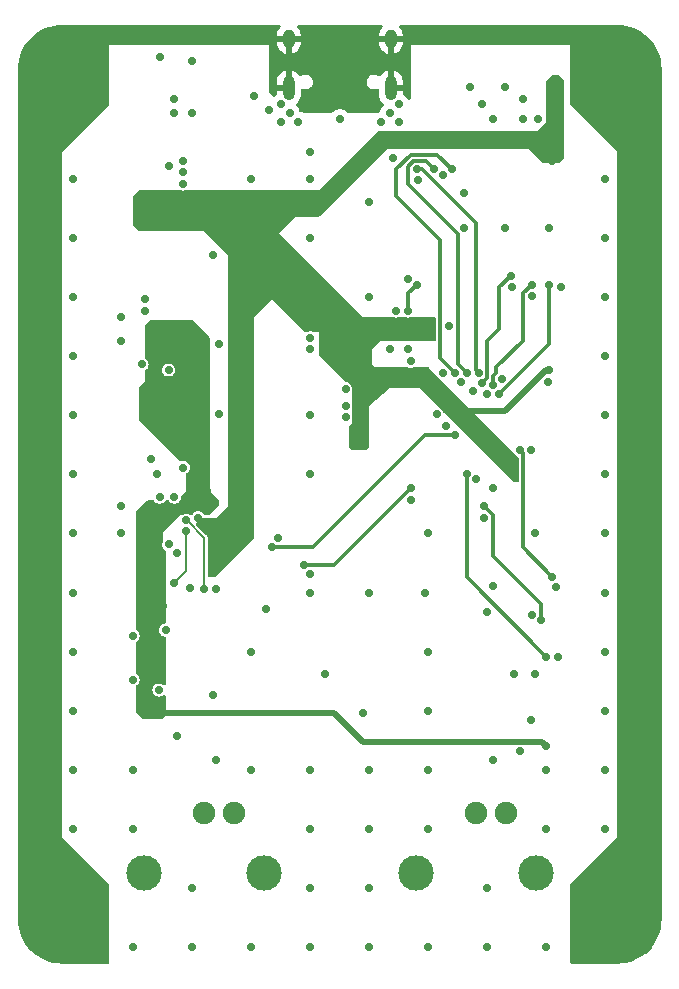
<source format=gbr>
%TF.GenerationSoftware,KiCad,Pcbnew,7.0.10*%
%TF.CreationDate,2024-01-21T20:38:52+01:00*%
%TF.ProjectId,Nemesis-MixSigPCB,4e656d65-7369-4732-9d4d-697853696750,1*%
%TF.SameCoordinates,Original*%
%TF.FileFunction,Copper,L4,Bot*%
%TF.FilePolarity,Positive*%
%FSLAX46Y46*%
G04 Gerber Fmt 4.6, Leading zero omitted, Abs format (unit mm)*
G04 Created by KiCad (PCBNEW 7.0.10) date 2024-01-21 20:38:52*
%MOMM*%
%LPD*%
G01*
G04 APERTURE LIST*
%TA.AperFunction,ComponentPad*%
%ADD10C,1.900000*%
%TD*%
%TA.AperFunction,ComponentPad*%
%ADD11C,3.000000*%
%TD*%
%TA.AperFunction,ComponentPad*%
%ADD12C,5.700000*%
%TD*%
%TA.AperFunction,ComponentPad*%
%ADD13O,1.000000X2.100000*%
%TD*%
%TA.AperFunction,ComponentPad*%
%ADD14O,1.000000X1.600000*%
%TD*%
%TA.AperFunction,ViaPad*%
%ADD15C,0.700000*%
%TD*%
%TA.AperFunction,Conductor*%
%ADD16C,0.500000*%
%TD*%
%TA.AperFunction,Conductor*%
%ADD17C,0.300000*%
%TD*%
%TA.AperFunction,Conductor*%
%ADD18C,0.200000*%
%TD*%
G04 APERTURE END LIST*
D10*
%TO.P,J300,1,In*%
%TO.N,/ADC/IN*%
X136000000Y-117000000D03*
D11*
%TO.P,J300,2,Ext*%
%TO.N,GND*%
X141080000Y-122080000D03*
D10*
X138540000Y-117000000D03*
D11*
X130920000Y-122080000D03*
%TD*%
D12*
%TO.P,H2,1,1*%
%TO.N,Earth_Protective*%
X124000000Y-126000000D03*
%TD*%
D10*
%TO.P,J400,1,In*%
%TO.N,/DAC/OUT*%
X159000000Y-117000000D03*
D11*
%TO.P,J400,2,Ext*%
%TO.N,GND*%
X164080000Y-122080000D03*
D10*
X161540000Y-117000000D03*
D11*
X153920000Y-122080000D03*
%TD*%
D13*
%TO.P,J200,S1,SHIELD*%
%TO.N,Earth_Protective*%
X151820000Y-55630000D03*
D14*
X151820000Y-51450000D03*
D13*
X143180000Y-55630000D03*
D14*
X143180000Y-51450000D03*
%TD*%
D12*
%TO.P,H4,1,1*%
%TO.N,Earth_Protective*%
X124000000Y-54000000D03*
%TD*%
%TO.P,H3,1,1*%
%TO.N,Earth_Protective*%
X171000000Y-126000000D03*
%TD*%
%TO.P,H1,1,1*%
%TO.N,Earth_Protective*%
X171000000Y-54000000D03*
%TD*%
D15*
%TO.N,GND*%
X133000000Y-62250000D03*
X134250000Y-61750000D03*
X144950000Y-83325000D03*
X129000000Y-77000000D03*
X164950000Y-118325000D03*
X134250000Y-63750000D03*
X129950000Y-128325000D03*
X158750000Y-81250000D03*
X169950000Y-63325000D03*
X149500000Y-108500000D03*
X144950000Y-98325000D03*
X132250000Y-90250000D03*
X144950000Y-68325000D03*
X152500000Y-57000000D03*
X160500000Y-97750000D03*
X159000000Y-88750000D03*
X134791639Y-97909481D03*
X151000000Y-58500000D03*
X164000000Y-93250000D03*
X133500000Y-57750000D03*
X139950000Y-103325000D03*
X156750000Y-75750000D03*
X164000000Y-105250000D03*
X159500000Y-57000000D03*
X133750000Y-110500000D03*
X158000000Y-64500000D03*
X153500000Y-78750000D03*
X153500000Y-90500000D03*
X144950000Y-63325000D03*
X154129304Y-63390666D03*
X124950000Y-93325000D03*
X149950000Y-113325000D03*
X169950000Y-83325000D03*
X139950000Y-113325000D03*
X134950000Y-53325000D03*
X124950000Y-108325000D03*
X124950000Y-73325000D03*
X166000000Y-103750000D03*
X165784606Y-97853817D03*
X135000000Y-57750000D03*
X163671611Y-109105309D03*
X161250000Y-80250000D03*
X169950000Y-118325000D03*
X158000000Y-67500000D03*
X148000000Y-83500000D03*
X124950000Y-63325000D03*
X144950000Y-88325000D03*
X141500000Y-57500000D03*
X134250000Y-87750000D03*
X132000000Y-88250000D03*
X169950000Y-73325000D03*
X152000000Y-61500000D03*
X141250000Y-99750000D03*
X139950000Y-63325000D03*
X161500000Y-55500000D03*
X137250000Y-77250000D03*
X169950000Y-103325000D03*
X169950000Y-88325000D03*
X169950000Y-113325000D03*
X160500000Y-112500000D03*
X137000000Y-98000000D03*
X163000000Y-58250000D03*
X145000000Y-96750000D03*
X129000000Y-93250000D03*
X142250000Y-93750000D03*
X134950000Y-128325000D03*
X159950000Y-128325000D03*
X149950000Y-128325000D03*
X149950000Y-118325000D03*
X132250000Y-53000000D03*
X142500000Y-58470000D03*
X124950000Y-118325000D03*
X132760010Y-101506250D03*
X131500000Y-87000000D03*
X164950000Y-113325000D03*
X133750000Y-95000000D03*
X155750000Y-83250000D03*
X151750000Y-57750000D03*
X160000000Y-81500000D03*
X124950000Y-98325000D03*
X153250000Y-77750000D03*
X160000000Y-100000000D03*
X163750000Y-100250000D03*
X159750000Y-92000000D03*
X145000000Y-76750000D03*
X134950000Y-123325000D03*
X164950000Y-128325000D03*
X159950000Y-123325000D03*
X124950000Y-103325000D03*
X129950000Y-118325000D03*
X137250000Y-83250000D03*
X143250000Y-57750000D03*
X140250000Y-56250000D03*
X164250000Y-58250000D03*
X149950000Y-73325000D03*
X145000000Y-61000000D03*
X166250000Y-72500000D03*
X156500000Y-84250000D03*
X154950000Y-113325000D03*
X129000000Y-91000000D03*
X133500000Y-90250000D03*
X169950000Y-98325000D03*
X130000000Y-102000000D03*
X154750000Y-98325000D03*
X124950000Y-78325000D03*
X139950000Y-128325000D03*
X131000000Y-74500000D03*
X169950000Y-108325000D03*
X156250000Y-79750000D03*
X142500000Y-57000000D03*
X160450000Y-89500000D03*
X124950000Y-88325000D03*
X161500000Y-67500000D03*
X132999591Y-79480444D03*
X165130000Y-80462110D03*
X130750000Y-79000000D03*
X151750000Y-77750000D03*
X163750000Y-73250000D03*
X150000000Y-65250000D03*
X158500000Y-55500000D03*
X131000000Y-73500000D03*
X152250000Y-74500000D03*
X146250000Y-105250000D03*
X133500000Y-56500000D03*
X156250000Y-63000000D03*
X130000000Y-105700000D03*
X157750000Y-80500000D03*
X155000000Y-93250000D03*
X169950000Y-78325000D03*
X144950000Y-118325000D03*
X148000000Y-81080707D03*
X162230000Y-105250000D03*
X154950000Y-103325000D03*
X124950000Y-113325000D03*
X144950000Y-113325000D03*
X154950000Y-118325000D03*
X144000000Y-58470000D03*
X162750000Y-111750000D03*
X144950000Y-123325000D03*
X160500000Y-58250000D03*
X124950000Y-68325000D03*
X163000000Y-56500000D03*
X153250000Y-71750000D03*
X169950000Y-93325000D03*
X154950000Y-108325000D03*
X133000000Y-94250000D03*
X145000000Y-77750000D03*
X154950000Y-128325000D03*
X152500000Y-58500000D03*
X136750000Y-107000000D03*
X148000000Y-82500000D03*
X147500000Y-58250000D03*
X136750000Y-69750000D03*
X169950000Y-68325000D03*
X149950000Y-123325000D03*
X163646767Y-86223238D03*
X165250000Y-67500000D03*
X162044974Y-72444977D03*
X129950000Y-113325000D03*
X149950000Y-98325000D03*
X132185560Y-106578381D03*
X129000000Y-75000000D03*
X124950000Y-83325000D03*
X137000000Y-112500000D03*
X144950000Y-128325000D03*
X134250000Y-62750000D03*
%TO.N,+3.3VA*%
X130750000Y-108500000D03*
X133750000Y-76500000D03*
X164950000Y-111280000D03*
X132000000Y-75750000D03*
X132500000Y-108500000D03*
X134750000Y-77250000D03*
X136250000Y-89750000D03*
X132500000Y-99500000D03*
X136750000Y-90750000D03*
X134750000Y-75750000D03*
X131000000Y-81500000D03*
X130750000Y-100000000D03*
%TO.N,+3V3*%
X136750000Y-95250000D03*
X165500000Y-61750000D03*
X165750000Y-58250000D03*
X148750000Y-85750000D03*
X162250000Y-87250000D03*
X152000000Y-80470000D03*
X139750000Y-67000000D03*
X134250000Y-65000000D03*
X139750000Y-66000000D03*
X134250000Y-67000000D03*
X133000000Y-66500000D03*
X165750000Y-55000000D03*
X134250000Y-66000000D03*
X162250000Y-88500000D03*
X165250000Y-79500000D03*
X135500000Y-92000000D03*
X136750000Y-96250000D03*
X130750000Y-66500000D03*
X155300000Y-75750000D03*
X139750000Y-65000000D03*
%TO.N,/MCU/NRST*%
X153250000Y-74500000D03*
X154000000Y-72250000D03*
%TO.N,/ADC/ADC_IN+*%
X134516662Y-92204838D03*
X136000000Y-98000000D03*
%TO.N,/ADC/ADC_IN-*%
X134463810Y-93103288D03*
X133500000Y-97500000D03*
%TO.N,SPI2_NSS*%
X165500000Y-97000000D03*
X162747165Y-86250085D03*
%TO.N,SPI1_NSS*%
X144500000Y-96000000D03*
X153500000Y-89500000D03*
%TO.N,/MCU/TIM4_CH3*%
X157000000Y-62500000D03*
X157250000Y-79750000D03*
%TO.N,/MCU/TIM4_CH1*%
X159250000Y-79750000D03*
X154000000Y-62500000D03*
%TO.N,/MCU/TIM4_CH2*%
X155500000Y-62500000D03*
X158250000Y-79750000D03*
%TO.N,/MCU/SWDIO*%
X161000000Y-81500000D03*
X165250000Y-72250000D03*
%TO.N,/MCU/SWCLK*%
X160500000Y-80750000D03*
X163750000Y-72250000D03*
%TO.N,/MCU/SWO*%
X162000000Y-71500000D03*
X159534606Y-80603817D03*
%TO.N,SPI1_MISO*%
X157250000Y-85000000D03*
X141750000Y-94500000D03*
%TO.N,DAC_NCLR*%
X165000000Y-103750000D03*
X158250000Y-88250000D03*
%TO.N,DAC_NLDAC*%
X164554987Y-100652493D03*
X159750000Y-91000000D03*
%TO.N,Earth_Protective*%
X172450000Y-95825000D03*
X129000000Y-51000000D03*
X138000000Y-51000000D03*
X132000000Y-51000000D03*
X150000000Y-51000000D03*
X172450000Y-108325000D03*
X122450000Y-118325000D03*
X122450000Y-80825000D03*
X172450000Y-120825000D03*
X172450000Y-78325000D03*
X172450000Y-118325000D03*
X122450000Y-110825000D03*
X122450000Y-98325000D03*
X172450000Y-85825000D03*
X172450000Y-58325000D03*
X135000000Y-51000000D03*
X122450000Y-73325000D03*
X122450000Y-115825000D03*
X166000000Y-51000000D03*
X122450000Y-88325000D03*
X169950000Y-120825000D03*
X122450000Y-85825000D03*
X122450000Y-65825000D03*
X172450000Y-80825000D03*
X172450000Y-93325000D03*
X122450000Y-113325000D03*
X167500000Y-123400000D03*
X172450000Y-75825000D03*
X141000000Y-51000000D03*
X122450000Y-105825000D03*
X172450000Y-60825000D03*
X172450000Y-113325000D03*
X127500000Y-56500000D03*
X172450000Y-73325000D03*
X172450000Y-110825000D03*
X167500000Y-128300000D03*
X124950000Y-58325000D03*
X122450000Y-83325000D03*
X122450000Y-70825000D03*
X122450000Y-90825000D03*
X122450000Y-95825000D03*
X172450000Y-63325000D03*
X172450000Y-103325000D03*
X122450000Y-58325000D03*
X122450000Y-75825000D03*
X169950000Y-58325000D03*
X157000000Y-51000000D03*
X122450000Y-108325000D03*
X160000000Y-51000000D03*
X172450000Y-90825000D03*
X122450000Y-103325000D03*
X122450000Y-120825000D03*
X172450000Y-65825000D03*
X172450000Y-88325000D03*
X172450000Y-83325000D03*
X172450000Y-68325000D03*
X124950000Y-120825000D03*
X122450000Y-93325000D03*
X127450000Y-123325000D03*
X122450000Y-60825000D03*
X172450000Y-115825000D03*
X145000000Y-51000000D03*
X172450000Y-105825000D03*
X172450000Y-70825000D03*
X172450000Y-100825000D03*
X127450000Y-128325000D03*
X167500000Y-56500000D03*
X122450000Y-78325000D03*
X122450000Y-63325000D03*
X172450000Y-98325000D03*
X122450000Y-68325000D03*
X163000000Y-51000000D03*
X154000000Y-51000000D03*
X122450000Y-100825000D03*
%TD*%
D16*
%TO.N,+3.3VA*%
X149450000Y-110950000D02*
X147000000Y-108500000D01*
X164950000Y-111280000D02*
X164620000Y-110950000D01*
X147000000Y-108500000D02*
X132500000Y-108500000D01*
X164620000Y-110950000D02*
X149450000Y-110950000D01*
%TO.N,+3V3*%
X165250000Y-79500000D02*
X164960739Y-79500000D01*
X164960739Y-79500000D02*
X161460739Y-83000000D01*
X158250000Y-83000000D02*
X155720000Y-80470000D01*
X161460739Y-83000000D02*
X158250000Y-83000000D01*
X155720000Y-80470000D02*
X152000000Y-80470000D01*
D17*
%TO.N,/MCU/NRST*%
X153250000Y-74500000D02*
X153250000Y-73000000D01*
X153250000Y-73000000D02*
X154000000Y-72250000D01*
D18*
%TO.N,/ADC/ADC_IN+*%
X134535599Y-92204838D02*
X136000000Y-93669239D01*
X134516662Y-92204838D02*
X134535599Y-92204838D01*
X136000000Y-93669239D02*
X136000000Y-98000000D01*
%TO.N,/ADC/ADC_IN-*%
X134463810Y-93103288D02*
X134500000Y-93139478D01*
X134500000Y-93139478D02*
X134500000Y-96500000D01*
X134500000Y-96500000D02*
X133500000Y-97500000D01*
D17*
%TO.N,SPI2_NSS*%
X163000000Y-94500000D02*
X165500000Y-97000000D01*
X163000000Y-86502920D02*
X163000000Y-94500000D01*
X162747165Y-86250085D02*
X163000000Y-86502920D01*
%TO.N,SPI1_NSS*%
X144500000Y-96000000D02*
X147000000Y-96000000D01*
X147000000Y-96000000D02*
X153500000Y-89500000D01*
%TO.N,/MCU/TIM4_CH3*%
X152250000Y-64750000D02*
X156000000Y-68500000D01*
X156000000Y-68500000D02*
X156000000Y-78500000D01*
X153500000Y-61250000D02*
X152250000Y-62500000D01*
X157000000Y-62500000D02*
X155750000Y-61250000D01*
X152250000Y-62500000D02*
X152250000Y-64750000D01*
X155750000Y-61250000D02*
X153500000Y-61250000D01*
X156000000Y-78500000D02*
X157250000Y-79750000D01*
%TO.N,/MCU/TIM4_CH1*%
X154000000Y-62500000D02*
X154500000Y-62500000D01*
X159000000Y-79500000D02*
X159250000Y-79750000D01*
X159000000Y-67000000D02*
X159000000Y-79500000D01*
X154500000Y-62500000D02*
X159000000Y-67000000D01*
%TO.N,/MCU/TIM4_CH2*%
X155500000Y-62500000D02*
X154800000Y-61800000D01*
X157500000Y-68000000D02*
X157500000Y-79000000D01*
X153710050Y-61800000D02*
X153250000Y-62260050D01*
X153250000Y-62260050D02*
X153250000Y-63750000D01*
X153250000Y-63750000D02*
X157500000Y-68000000D01*
X154800000Y-61800000D02*
X153710050Y-61800000D01*
X157500000Y-79000000D02*
X158250000Y-79750000D01*
%TO.N,/MCU/SWDIO*%
X165250000Y-72250000D02*
X165250000Y-77250000D01*
X165250000Y-77250000D02*
X161000000Y-81500000D01*
%TO.N,/MCU/SWCLK*%
X160750000Y-79250000D02*
X160750000Y-79760050D01*
X163000000Y-77000000D02*
X160750000Y-79250000D01*
X160750000Y-79760050D02*
X160500000Y-80010050D01*
X163750000Y-72250000D02*
X163000000Y-73000000D01*
X160500000Y-80010050D02*
X160500000Y-80750000D01*
X160750000Y-79250000D02*
X160750000Y-79500000D01*
X163000000Y-73000000D02*
X163000000Y-77000000D01*
%TO.N,/MCU/SWO*%
X159950000Y-80188423D02*
X159534606Y-80603817D01*
X159950000Y-77050000D02*
X159950000Y-80188423D01*
X161000000Y-76000000D02*
X159950000Y-77050000D01*
X162000000Y-71500000D02*
X161000000Y-72500000D01*
X161000000Y-72500000D02*
X161000000Y-76000000D01*
%TO.N,SPI1_MISO*%
X154750000Y-85000000D02*
X157250000Y-85000000D01*
X141750000Y-94500000D02*
X145250000Y-94500000D01*
X145250000Y-94500000D02*
X154750000Y-85000000D01*
%TO.N,DAC_NCLR*%
X158250000Y-97000000D02*
X165000000Y-103750000D01*
X158250000Y-88250000D02*
X158250000Y-97000000D01*
%TO.N,DAC_NLDAC*%
X164554987Y-100652493D02*
X164554987Y-99304987D01*
X160500000Y-95250000D02*
X160500000Y-91750000D01*
X164554987Y-99304987D02*
X160500000Y-95250000D01*
X160500000Y-91750000D02*
X159750000Y-91000000D01*
%TD*%
%TA.AperFunction,Conductor*%
%TO.N,Earth_Protective*%
G36*
X141500000Y-52000000D02*
G01*
X128000000Y-52000000D01*
X128000000Y-50250500D01*
X141500000Y-50250500D01*
X141500000Y-52000000D01*
G37*
%TD.AperFunction*%
%TA.AperFunction,Conductor*%
G36*
X167000000Y-52000000D02*
G01*
X153500000Y-52000000D01*
X153500000Y-50250500D01*
X167000000Y-50250500D01*
X167000000Y-52000000D01*
G37*
%TD.AperFunction*%
%TD*%
%TA.AperFunction,Conductor*%
%TO.N,Earth_Protective*%
G36*
X171003032Y-50250648D02*
G01*
X171361433Y-50268256D01*
X171373541Y-50269448D01*
X171725475Y-50321653D01*
X171737389Y-50324023D01*
X172082520Y-50410473D01*
X172094147Y-50414000D01*
X172429151Y-50533867D01*
X172440363Y-50538511D01*
X172762012Y-50690639D01*
X172772720Y-50696363D01*
X173077881Y-50879270D01*
X173087999Y-50886030D01*
X173373769Y-51097971D01*
X173383175Y-51105691D01*
X173646790Y-51344618D01*
X173655381Y-51353209D01*
X173857883Y-51576635D01*
X173894308Y-51616824D01*
X173902028Y-51626230D01*
X174113969Y-51912000D01*
X174120729Y-51922118D01*
X174303629Y-52227267D01*
X174309366Y-52237999D01*
X174461485Y-52559629D01*
X174466136Y-52570858D01*
X174585994Y-52905837D01*
X174589526Y-52917481D01*
X174675973Y-53262597D01*
X174678347Y-53274532D01*
X174730550Y-53626457D01*
X174731743Y-53638567D01*
X174749351Y-53996966D01*
X174749500Y-54003051D01*
X174749500Y-125996948D01*
X174749351Y-126003033D01*
X174731743Y-126361432D01*
X174730550Y-126373542D01*
X174678347Y-126725467D01*
X174675973Y-126737402D01*
X174589526Y-127082518D01*
X174585994Y-127094162D01*
X174466142Y-127429127D01*
X174461485Y-127440370D01*
X174309366Y-127762000D01*
X174303629Y-127772732D01*
X174120729Y-128077881D01*
X174113969Y-128087999D01*
X173902028Y-128373769D01*
X173894308Y-128383175D01*
X173655388Y-128646783D01*
X173646783Y-128655388D01*
X173383175Y-128894308D01*
X173373769Y-128902028D01*
X173087999Y-129113969D01*
X173077881Y-129120729D01*
X172772732Y-129303629D01*
X172762000Y-129309366D01*
X172440370Y-129461485D01*
X172429134Y-129466139D01*
X172305442Y-129510397D01*
X172094162Y-129585994D01*
X172082518Y-129589526D01*
X171737402Y-129675973D01*
X171725467Y-129678347D01*
X171373542Y-129730550D01*
X171361432Y-129731743D01*
X171023927Y-129748324D01*
X171003031Y-129749351D01*
X170996949Y-129749500D01*
X167124000Y-129749500D01*
X167056961Y-129729815D01*
X167011206Y-129677011D01*
X167000000Y-129625500D01*
X167000000Y-123051362D01*
X167019685Y-122984323D01*
X167036319Y-122963681D01*
X171000000Y-119000000D01*
X171000000Y-61000000D01*
X167041819Y-57041819D01*
X167008334Y-56980496D01*
X167005500Y-56954138D01*
X167005500Y-55051359D01*
X167004906Y-55040294D01*
X167002603Y-54997322D01*
X167000711Y-54979725D01*
X167000000Y-54966467D01*
X167000000Y-52000000D01*
X167000000Y-50250500D01*
X170955830Y-50250500D01*
X170996949Y-50250500D01*
X171003032Y-50250648D01*
G37*
%TD.AperFunction*%
%TD*%
%TA.AperFunction,Conductor*%
%TO.N,Earth_Protective*%
G36*
X128000000Y-52000000D02*
G01*
X128000000Y-56948638D01*
X127980315Y-57015677D01*
X127963681Y-57036319D01*
X124000000Y-60999999D01*
X124000000Y-119000000D01*
X127963681Y-122963681D01*
X127997166Y-123025004D01*
X128000000Y-123051362D01*
X128000000Y-129625500D01*
X127980315Y-129692539D01*
X127927511Y-129738294D01*
X127876000Y-129749500D01*
X124003051Y-129749500D01*
X123996968Y-129749351D01*
X123974856Y-129748264D01*
X123638567Y-129731743D01*
X123626457Y-129730550D01*
X123274532Y-129678347D01*
X123262597Y-129675973D01*
X122917481Y-129589526D01*
X122905837Y-129585994D01*
X122570858Y-129466136D01*
X122559629Y-129461485D01*
X122237999Y-129309366D01*
X122227272Y-129303631D01*
X121922118Y-129120729D01*
X121912000Y-129113969D01*
X121626230Y-128902028D01*
X121616824Y-128894308D01*
X121422650Y-128718319D01*
X121353209Y-128655381D01*
X121344618Y-128646790D01*
X121105691Y-128383175D01*
X121097971Y-128373769D01*
X120886030Y-128087999D01*
X120879270Y-128077881D01*
X120874859Y-128070522D01*
X120696363Y-127772720D01*
X120690639Y-127762012D01*
X120538511Y-127440363D01*
X120533867Y-127429151D01*
X120414000Y-127094147D01*
X120410473Y-127082518D01*
X120324023Y-126737389D01*
X120321652Y-126725467D01*
X120269449Y-126373542D01*
X120268256Y-126361431D01*
X120250649Y-126003032D01*
X120250500Y-125996948D01*
X120250500Y-54003051D01*
X120250649Y-53996967D01*
X120268256Y-53638568D01*
X120269449Y-53626457D01*
X120301240Y-53412139D01*
X120321654Y-53274520D01*
X120324022Y-53262613D01*
X120410475Y-52917473D01*
X120413998Y-52905858D01*
X120533869Y-52570840D01*
X120538508Y-52559643D01*
X120690643Y-52237979D01*
X120696358Y-52227287D01*
X120879278Y-51922105D01*
X120886021Y-51912012D01*
X121097979Y-51626219D01*
X121105682Y-51616834D01*
X121344628Y-51353198D01*
X121353198Y-51344628D01*
X121616834Y-51105682D01*
X121626219Y-51097979D01*
X121912012Y-50886021D01*
X121922105Y-50879278D01*
X122227287Y-50696358D01*
X122237979Y-50690643D01*
X122559643Y-50538508D01*
X122570840Y-50533869D01*
X122905858Y-50413998D01*
X122917473Y-50410475D01*
X123262613Y-50324022D01*
X123274520Y-50321654D01*
X123626460Y-50269448D01*
X123638564Y-50268256D01*
X123996967Y-50250648D01*
X124003051Y-50250500D01*
X128000000Y-50250500D01*
X128000000Y-52000000D01*
G37*
%TD.AperFunction*%
%TD*%
%TA.AperFunction,Conductor*%
%TO.N,Earth_Protective*%
G36*
X142431436Y-50270185D02*
G01*
X142477191Y-50322989D01*
X142487135Y-50392147D01*
X142458110Y-50455703D01*
X142449829Y-50464375D01*
X142417328Y-50495268D01*
X142301143Y-50662195D01*
X142220940Y-50849092D01*
X142180000Y-51048309D01*
X142180000Y-51200000D01*
X142880000Y-51200000D01*
X142880000Y-51700000D01*
X142180000Y-51700000D01*
X142180000Y-51800713D01*
X142195418Y-51952338D01*
X142256299Y-52146381D01*
X142256304Y-52146391D01*
X142355005Y-52324215D01*
X142355005Y-52324216D01*
X142487478Y-52478530D01*
X142487479Y-52478531D01*
X142648304Y-52603018D01*
X142830907Y-52692589D01*
X142930000Y-52718244D01*
X142930000Y-51916110D01*
X142954457Y-51955610D01*
X143043962Y-52023201D01*
X143151840Y-52053895D01*
X143263521Y-52043546D01*
X143363922Y-51993552D01*
X143430000Y-51921069D01*
X143430000Y-52723365D01*
X143431944Y-52723069D01*
X143431945Y-52723069D01*
X143622660Y-52652436D01*
X143622664Y-52652434D01*
X143795267Y-52544850D01*
X143942668Y-52404735D01*
X143942669Y-52404733D01*
X144058856Y-52237804D01*
X144139059Y-52050907D01*
X144180000Y-51851690D01*
X144180000Y-51700000D01*
X143480000Y-51700000D01*
X143480000Y-51200000D01*
X144180000Y-51200000D01*
X144180000Y-51099286D01*
X144164581Y-50947661D01*
X144103700Y-50753618D01*
X144103695Y-50753608D01*
X144004996Y-50575787D01*
X143901537Y-50455270D01*
X143872806Y-50391581D01*
X143883068Y-50322469D01*
X143929066Y-50269876D01*
X143995624Y-50250500D01*
X151004397Y-50250500D01*
X151071436Y-50270185D01*
X151117191Y-50322989D01*
X151127135Y-50392147D01*
X151098110Y-50455703D01*
X151089829Y-50464375D01*
X151057328Y-50495268D01*
X150941143Y-50662195D01*
X150860940Y-50849092D01*
X150820000Y-51048309D01*
X150820000Y-51200000D01*
X151520000Y-51200000D01*
X151520000Y-51700000D01*
X150820000Y-51700000D01*
X150820000Y-51800713D01*
X150835418Y-51952338D01*
X150896299Y-52146381D01*
X150896304Y-52146391D01*
X150995005Y-52324215D01*
X150995005Y-52324216D01*
X151127478Y-52478530D01*
X151127479Y-52478531D01*
X151288304Y-52603018D01*
X151470907Y-52692589D01*
X151570000Y-52718244D01*
X151570000Y-51916110D01*
X151594457Y-51955610D01*
X151683962Y-52023201D01*
X151791840Y-52053895D01*
X151903521Y-52043546D01*
X152003922Y-51993552D01*
X152070000Y-51921069D01*
X152070000Y-52723366D01*
X152071944Y-52723069D01*
X152071945Y-52723069D01*
X152262660Y-52652436D01*
X152262664Y-52652434D01*
X152435267Y-52544850D01*
X152582668Y-52404735D01*
X152582669Y-52404733D01*
X152698856Y-52237804D01*
X152779059Y-52050907D01*
X152820000Y-51851690D01*
X152820000Y-51700000D01*
X152120000Y-51700000D01*
X152120000Y-51200000D01*
X152820000Y-51200000D01*
X152820000Y-51099286D01*
X152804581Y-50947661D01*
X152743700Y-50753618D01*
X152743695Y-50753608D01*
X152644996Y-50575787D01*
X152541537Y-50455270D01*
X152512806Y-50391581D01*
X152523068Y-50322469D01*
X152569066Y-50269876D01*
X152635624Y-50250500D01*
X153500000Y-50250500D01*
X153500000Y-52000000D01*
X153500000Y-56448637D01*
X153480315Y-56515676D01*
X153463681Y-56536318D01*
X153419890Y-56580109D01*
X153358567Y-56613594D01*
X153288875Y-56608610D01*
X153232942Y-56566738D01*
X153224822Y-56554428D01*
X153202448Y-56515676D01*
X153191859Y-56497335D01*
X153145003Y-56445296D01*
X153072235Y-56364478D01*
X153072232Y-56364476D01*
X153072231Y-56364475D01*
X153072230Y-56364474D01*
X152927593Y-56259388D01*
X152927591Y-56259387D01*
X152893562Y-56244236D01*
X152840326Y-56198984D01*
X152820006Y-56132135D01*
X152820000Y-56130957D01*
X152820000Y-55880000D01*
X152120000Y-55880000D01*
X152120000Y-55380000D01*
X152820000Y-55380000D01*
X152820000Y-55029286D01*
X152804581Y-54877661D01*
X152743700Y-54683618D01*
X152743695Y-54683608D01*
X152644994Y-54505784D01*
X152644994Y-54505783D01*
X152512521Y-54351469D01*
X152512520Y-54351468D01*
X152351695Y-54226981D01*
X152169093Y-54137411D01*
X152070000Y-54111753D01*
X152070000Y-54913889D01*
X152045543Y-54874390D01*
X151956038Y-54806799D01*
X151848160Y-54776105D01*
X151736479Y-54786454D01*
X151636078Y-54836448D01*
X151570000Y-54908930D01*
X151570000Y-54106633D01*
X151568053Y-54106931D01*
X151568047Y-54106933D01*
X151377342Y-54177562D01*
X151377335Y-54177565D01*
X151204732Y-54285149D01*
X151057331Y-54425264D01*
X151057328Y-54425268D01*
X150952733Y-54575543D01*
X150898279Y-54619321D01*
X150828801Y-54626709D01*
X150766358Y-54595362D01*
X150766322Y-54595328D01*
X150760582Y-54589938D01*
X150760579Y-54589936D01*
X150760577Y-54589934D01*
X150622095Y-54513804D01*
X150622087Y-54513801D01*
X150469021Y-54474500D01*
X150469019Y-54474500D01*
X150350650Y-54474500D01*
X150350640Y-54474500D01*
X150233208Y-54489336D01*
X150233206Y-54489336D01*
X150086269Y-54547513D01*
X150086260Y-54547518D01*
X149958416Y-54640402D01*
X149958415Y-54640403D01*
X149857674Y-54762178D01*
X149790387Y-54905171D01*
X149790385Y-54905174D01*
X149775757Y-54981862D01*
X149760773Y-55060412D01*
X149760773Y-55060414D01*
X149760773Y-55060415D01*
X149770696Y-55218137D01*
X149770696Y-55218140D01*
X149795614Y-55294828D01*
X149819533Y-55368441D01*
X149904214Y-55501877D01*
X150019418Y-55610062D01*
X150019420Y-55610063D01*
X150019422Y-55610065D01*
X150157904Y-55686195D01*
X150157908Y-55686197D01*
X150310981Y-55725500D01*
X150310984Y-55725500D01*
X150429348Y-55725500D01*
X150429350Y-55725500D01*
X150429355Y-55725499D01*
X150429359Y-55725499D01*
X150442088Y-55723890D01*
X150546792Y-55710664D01*
X150650353Y-55669660D01*
X150719930Y-55663284D01*
X150781910Y-55695536D01*
X150816615Y-55756177D01*
X150820000Y-55784953D01*
X150820000Y-56230713D01*
X150835418Y-56382338D01*
X150896299Y-56576381D01*
X150896304Y-56576391D01*
X150995005Y-56754215D01*
X150995005Y-56754216D01*
X151127476Y-56908527D01*
X151160759Y-56934290D01*
X151201723Y-56990892D01*
X151205584Y-57060655D01*
X151177008Y-57115319D01*
X151058140Y-57247336D01*
X150968750Y-57402164D01*
X150968747Y-57402170D01*
X150913503Y-57572196D01*
X150913172Y-57573754D01*
X150912732Y-57574567D01*
X150911495Y-57578377D01*
X150910798Y-57578150D01*
X150879975Y-57635234D01*
X150818810Y-57669006D01*
X150817665Y-57669255D01*
X150735732Y-57686670D01*
X150617571Y-57739280D01*
X150567136Y-57750000D01*
X148249467Y-57750000D01*
X148182428Y-57730315D01*
X148157317Y-57708972D01*
X148072235Y-57614478D01*
X148072232Y-57614476D01*
X148072231Y-57614475D01*
X148072230Y-57614474D01*
X147927593Y-57509388D01*
X147764267Y-57436671D01*
X147764265Y-57436670D01*
X147636594Y-57409533D01*
X147589391Y-57399500D01*
X147410609Y-57399500D01*
X147379954Y-57406015D01*
X147235733Y-57436670D01*
X147235728Y-57436672D01*
X147072408Y-57509387D01*
X146927768Y-57614475D01*
X146878669Y-57669006D01*
X146842682Y-57708972D01*
X146783198Y-57745621D01*
X146750534Y-57750000D01*
X144496253Y-57750000D01*
X144433784Y-57731656D01*
X144433219Y-57732636D01*
X144427593Y-57729387D01*
X144264267Y-57656671D01*
X144172818Y-57637232D01*
X144111336Y-57604039D01*
X144080669Y-57554260D01*
X144031252Y-57402171D01*
X144031251Y-57402170D01*
X144031250Y-57402165D01*
X143941859Y-57247335D01*
X143822991Y-57115319D01*
X143822815Y-57115123D01*
X143792585Y-57052131D01*
X143801210Y-56982796D01*
X143829534Y-56942276D01*
X143942669Y-56834734D01*
X143942669Y-56834733D01*
X144058856Y-56667804D01*
X144139059Y-56480907D01*
X144180000Y-56281690D01*
X144180000Y-55787068D01*
X144199685Y-55720029D01*
X144252489Y-55674274D01*
X144321647Y-55664330D01*
X144363736Y-55678406D01*
X144377908Y-55686197D01*
X144530981Y-55725500D01*
X144530984Y-55725500D01*
X144649348Y-55725500D01*
X144649350Y-55725500D01*
X144649355Y-55725499D01*
X144649359Y-55725499D01*
X144662088Y-55723890D01*
X144766792Y-55710664D01*
X144913732Y-55652486D01*
X145041587Y-55559594D01*
X145142324Y-55437823D01*
X145209614Y-55294826D01*
X145239227Y-55139588D01*
X145229304Y-54981862D01*
X145180467Y-54831559D01*
X145095786Y-54698123D01*
X144980582Y-54589938D01*
X144980579Y-54589936D01*
X144980577Y-54589934D01*
X144842095Y-54513804D01*
X144842087Y-54513801D01*
X144689021Y-54474500D01*
X144689019Y-54474500D01*
X144570650Y-54474500D01*
X144570640Y-54474500D01*
X144453208Y-54489336D01*
X144453206Y-54489336D01*
X144306269Y-54547513D01*
X144306261Y-54547518D01*
X144221402Y-54609171D01*
X144155596Y-54632650D01*
X144087542Y-54616824D01*
X144040099Y-54569030D01*
X144004994Y-54505784D01*
X144004994Y-54505783D01*
X143872521Y-54351469D01*
X143872520Y-54351468D01*
X143711695Y-54226981D01*
X143529093Y-54137411D01*
X143430000Y-54111753D01*
X143430000Y-54913889D01*
X143405543Y-54874390D01*
X143316038Y-54806799D01*
X143208160Y-54776105D01*
X143096479Y-54786454D01*
X142996078Y-54836448D01*
X142930000Y-54908930D01*
X142930000Y-54106633D01*
X142928053Y-54106931D01*
X142928047Y-54106933D01*
X142737342Y-54177562D01*
X142737335Y-54177565D01*
X142564732Y-54285149D01*
X142417331Y-54425264D01*
X142417330Y-54425266D01*
X142301143Y-54592195D01*
X142220940Y-54779092D01*
X142180000Y-54978309D01*
X142180000Y-55380000D01*
X142880000Y-55380000D01*
X142880000Y-55880000D01*
X142180000Y-55880000D01*
X142180000Y-56130958D01*
X142160315Y-56197997D01*
X142107511Y-56243752D01*
X142106436Y-56244237D01*
X142072407Y-56259387D01*
X141976788Y-56328859D01*
X141910982Y-56352339D01*
X141842928Y-56336513D01*
X141816222Y-56316222D01*
X141536319Y-56036319D01*
X141502834Y-55974996D01*
X141500000Y-55948638D01*
X141500000Y-52000000D01*
X141500000Y-50250500D01*
X142364397Y-50250500D01*
X142431436Y-50270185D01*
G37*
%TD.AperFunction*%
%TD*%
%TA.AperFunction,Conductor*%
%TO.N,+3V3*%
G36*
X134041369Y-64259439D02*
G01*
X134106291Y-64286330D01*
X134233280Y-64303048D01*
X134249999Y-64305250D01*
X134250000Y-64305250D01*
X134250001Y-64305250D01*
X134264977Y-64303278D01*
X134393709Y-64286330D01*
X134458631Y-64259439D01*
X134506083Y-64250000D01*
X138750000Y-64250000D01*
X138750000Y-66500000D01*
X141000000Y-66500000D01*
X149500000Y-75000000D01*
X151993917Y-75000000D01*
X152041369Y-75009439D01*
X152106291Y-75036330D01*
X152233280Y-75053048D01*
X152249999Y-75055250D01*
X152250000Y-75055250D01*
X152250001Y-75055250D01*
X152264977Y-75053278D01*
X152393709Y-75036330D01*
X152458631Y-75009439D01*
X152506083Y-75000000D01*
X152993917Y-75000000D01*
X153041369Y-75009439D01*
X153106291Y-75036330D01*
X153233280Y-75053048D01*
X153249999Y-75055250D01*
X153250000Y-75055250D01*
X153250001Y-75055250D01*
X153264977Y-75053278D01*
X153393709Y-75036330D01*
X153458631Y-75009439D01*
X153506083Y-75000000D01*
X154250000Y-75000000D01*
X155525500Y-75000000D01*
X155592539Y-75019685D01*
X155638294Y-75072489D01*
X155649500Y-75124000D01*
X155649500Y-76876000D01*
X155629815Y-76943039D01*
X155577011Y-76988794D01*
X155525500Y-77000000D01*
X150999999Y-77000000D01*
X150250000Y-77749999D01*
X150250000Y-79000000D01*
X150500000Y-79250000D01*
X153000000Y-79250000D01*
X153000000Y-81000000D01*
X152250000Y-81000000D01*
X151750000Y-81000000D01*
X151749999Y-81000000D01*
X151749998Y-81000001D01*
X150000000Y-82500000D01*
X150000000Y-85948638D01*
X149980315Y-86015677D01*
X149963681Y-86036319D01*
X149786319Y-86213681D01*
X149724996Y-86247166D01*
X149698638Y-86250000D01*
X148551362Y-86250000D01*
X148484323Y-86230315D01*
X148463681Y-86213681D01*
X148286319Y-86036319D01*
X148252834Y-85974996D01*
X148250000Y-85948638D01*
X148250000Y-84301362D01*
X148269685Y-84234323D01*
X148286319Y-84213681D01*
X148500000Y-84000000D01*
X148500000Y-83756082D01*
X148509438Y-83708632D01*
X148536330Y-83643709D01*
X148555250Y-83500000D01*
X148536330Y-83356291D01*
X148509439Y-83291369D01*
X148500000Y-83243917D01*
X148500000Y-82756082D01*
X148509438Y-82708632D01*
X148536330Y-82643709D01*
X148555250Y-82500000D01*
X148536330Y-82356291D01*
X148509439Y-82291369D01*
X148500000Y-82243917D01*
X148500000Y-81336789D01*
X148509438Y-81289339D01*
X148536330Y-81224416D01*
X148555250Y-81080707D01*
X148536330Y-80936998D01*
X148480861Y-80803082D01*
X148392621Y-80688086D01*
X148277625Y-80599846D01*
X148277624Y-80599845D01*
X148277622Y-80599844D01*
X148143710Y-80544377D01*
X148071046Y-80534810D01*
X148007150Y-80506543D01*
X147999552Y-80499552D01*
X145786319Y-78286319D01*
X145752834Y-78224996D01*
X145750000Y-78198638D01*
X145750000Y-76250000D01*
X145256083Y-76250000D01*
X145208631Y-76240561D01*
X145143712Y-76213671D01*
X145143710Y-76213670D01*
X145143709Y-76213670D01*
X145071854Y-76204210D01*
X145000001Y-76194750D01*
X144999999Y-76194750D01*
X144856291Y-76213670D01*
X144856287Y-76213671D01*
X144791369Y-76240561D01*
X144743917Y-76250000D01*
X144551362Y-76250000D01*
X144484323Y-76230315D01*
X144463681Y-76213681D01*
X141750000Y-73500000D01*
X136000000Y-67750000D01*
X130551362Y-67750000D01*
X130484323Y-67730315D01*
X130463681Y-67713681D01*
X130036319Y-67286319D01*
X130002834Y-67224996D01*
X130000000Y-67198638D01*
X130000000Y-64801362D01*
X130019685Y-64734323D01*
X130036319Y-64713681D01*
X130463681Y-64286319D01*
X130525004Y-64252834D01*
X130551362Y-64250000D01*
X133993917Y-64250000D01*
X134041369Y-64259439D01*
G37*
%TD.AperFunction*%
%TD*%
%TA.AperFunction,Conductor*%
%TO.N,+3.3VA*%
G36*
X136500000Y-89750000D02*
G01*
X137213681Y-90463681D01*
X137247166Y-90525004D01*
X137250000Y-90551362D01*
X137250000Y-90948638D01*
X137230315Y-91015677D01*
X137213681Y-91036319D01*
X136536319Y-91713681D01*
X136474996Y-91747166D01*
X136448638Y-91750000D01*
X136063208Y-91750000D01*
X135996169Y-91730315D01*
X135964835Y-91701490D01*
X135892621Y-91607379D01*
X135777625Y-91519139D01*
X135777624Y-91519138D01*
X135777622Y-91519137D01*
X135643712Y-91463671D01*
X135643710Y-91463670D01*
X135643709Y-91463670D01*
X135571854Y-91454210D01*
X135500001Y-91444750D01*
X135499999Y-91444750D01*
X135356291Y-91463670D01*
X135356287Y-91463671D01*
X135222377Y-91519137D01*
X135180381Y-91551362D01*
X135107379Y-91607379D01*
X135035165Y-91701488D01*
X134978740Y-91742689D01*
X134936792Y-91750000D01*
X134870293Y-91750000D01*
X134803254Y-91730315D01*
X134794804Y-91724374D01*
X134794287Y-91723977D01*
X134794285Y-91723976D01*
X134660374Y-91668509D01*
X134660372Y-91668508D01*
X134660371Y-91668508D01*
X134588516Y-91659048D01*
X134516663Y-91649588D01*
X134516661Y-91649588D01*
X134372953Y-91668508D01*
X134372949Y-91668509D01*
X134239038Y-91723976D01*
X134238520Y-91724374D01*
X134238001Y-91724574D01*
X134231997Y-91728041D01*
X134231456Y-91727104D01*
X134173351Y-91749570D01*
X134163031Y-91750000D01*
X133999999Y-91750000D01*
X132500000Y-93249999D01*
X132500000Y-93993917D01*
X132490561Y-94041369D01*
X132463671Y-94106287D01*
X132463670Y-94106291D01*
X132444750Y-94250000D01*
X132463670Y-94393709D01*
X132490561Y-94458632D01*
X132497672Y-94494380D01*
X132501091Y-94502633D01*
X132515707Y-94521680D01*
X132519138Y-94527623D01*
X132519139Y-94527625D01*
X132607379Y-94642621D01*
X132701488Y-94714834D01*
X132742689Y-94771260D01*
X132750000Y-94813208D01*
X132750000Y-100843572D01*
X132730315Y-100910611D01*
X132677511Y-100956366D01*
X132642190Y-100966511D01*
X132616299Y-100969920D01*
X132482387Y-101025387D01*
X132367389Y-101113629D01*
X132279147Y-101228627D01*
X132223681Y-101362537D01*
X132223680Y-101362541D01*
X132204760Y-101506249D01*
X132204760Y-101506250D01*
X132223680Y-101649958D01*
X132223681Y-101649962D01*
X132279147Y-101783872D01*
X132279148Y-101783874D01*
X132279149Y-101783875D01*
X132367389Y-101898871D01*
X132482385Y-101987111D01*
X132616301Y-102042580D01*
X132642184Y-102045987D01*
X132706080Y-102074252D01*
X132744552Y-102132576D01*
X132750000Y-102168926D01*
X132750000Y-106066154D01*
X132730315Y-106133193D01*
X132677511Y-106178948D01*
X132608353Y-106188892D01*
X132550514Y-106164530D01*
X132463185Y-106097520D01*
X132463184Y-106097519D01*
X132463182Y-106097518D01*
X132329272Y-106042052D01*
X132329270Y-106042051D01*
X132329269Y-106042051D01*
X132257414Y-106032591D01*
X132185561Y-106023131D01*
X132185559Y-106023131D01*
X132041851Y-106042051D01*
X132041847Y-106042052D01*
X131907937Y-106097518D01*
X131792939Y-106185760D01*
X131704697Y-106300758D01*
X131649231Y-106434668D01*
X131649230Y-106434672D01*
X131630310Y-106578380D01*
X131630310Y-106578381D01*
X131649230Y-106722089D01*
X131649231Y-106722093D01*
X131704697Y-106856003D01*
X131704698Y-106856005D01*
X131704699Y-106856006D01*
X131792939Y-106971002D01*
X131907935Y-107059242D01*
X132041851Y-107114711D01*
X132168840Y-107131429D01*
X132185559Y-107133631D01*
X132185560Y-107133631D01*
X132185561Y-107133631D01*
X132200537Y-107131659D01*
X132329269Y-107114711D01*
X132463185Y-107059242D01*
X132550514Y-106992231D01*
X132615682Y-106967037D01*
X132684127Y-106981075D01*
X132734117Y-107029888D01*
X132750000Y-107090607D01*
X132750000Y-108698638D01*
X132730315Y-108765677D01*
X132713681Y-108786319D01*
X132536319Y-108963681D01*
X132474996Y-108997166D01*
X132448638Y-109000000D01*
X130801362Y-109000000D01*
X130734323Y-108980315D01*
X130713681Y-108963681D01*
X130286319Y-108536319D01*
X130252834Y-108474996D01*
X130250000Y-108448638D01*
X130250000Y-106263208D01*
X130269685Y-106196169D01*
X130298509Y-106164835D01*
X130392621Y-106092621D01*
X130480861Y-105977625D01*
X130536330Y-105843709D01*
X130555250Y-105700000D01*
X130536330Y-105556291D01*
X130480861Y-105422375D01*
X130392621Y-105307379D01*
X130370968Y-105290764D01*
X130298513Y-105235166D01*
X130257310Y-105178738D01*
X130250000Y-105136791D01*
X130250000Y-102563208D01*
X130269685Y-102496169D01*
X130298509Y-102464835D01*
X130392621Y-102392621D01*
X130480861Y-102277625D01*
X130536330Y-102143709D01*
X130555250Y-102000000D01*
X130536330Y-101856291D01*
X130480861Y-101722375D01*
X130392621Y-101607379D01*
X130370968Y-101590764D01*
X130298513Y-101535166D01*
X130257310Y-101478738D01*
X130250000Y-101436791D01*
X130250000Y-91551362D01*
X130269685Y-91484323D01*
X130286319Y-91463681D01*
X131213681Y-90536319D01*
X131275004Y-90502834D01*
X131301362Y-90500000D01*
X131686792Y-90500000D01*
X131753831Y-90519685D01*
X131785164Y-90548509D01*
X131857379Y-90642621D01*
X131972375Y-90730861D01*
X132106291Y-90786330D01*
X132233280Y-90803048D01*
X132249999Y-90805250D01*
X132250000Y-90805250D01*
X132250001Y-90805250D01*
X132264977Y-90803278D01*
X132393709Y-90786330D01*
X132527625Y-90730861D01*
X132642621Y-90642621D01*
X132714834Y-90548511D01*
X132771260Y-90507311D01*
X132813208Y-90500000D01*
X132936792Y-90500000D01*
X133003831Y-90519685D01*
X133035164Y-90548509D01*
X133107379Y-90642621D01*
X133222375Y-90730861D01*
X133356291Y-90786330D01*
X133483280Y-90803048D01*
X133499999Y-90805250D01*
X133500000Y-90805250D01*
X133500001Y-90805250D01*
X133514977Y-90803278D01*
X133643709Y-90786330D01*
X133777625Y-90730861D01*
X133892621Y-90642621D01*
X133980861Y-90527625D01*
X134036330Y-90393709D01*
X134055250Y-90250000D01*
X134055250Y-90249999D01*
X134055250Y-90246111D01*
X134056178Y-90242950D01*
X134056311Y-90241941D01*
X134056468Y-90241961D01*
X134074935Y-90179072D01*
X134091564Y-90158435D01*
X134500000Y-89750000D01*
X134500000Y-89250000D01*
X135750000Y-89250000D01*
X136500000Y-89250000D01*
X136500000Y-89750000D01*
G37*
%TD.AperFunction*%
%TD*%
%TA.AperFunction,Conductor*%
%TO.N,+3V3*%
G36*
X138500000Y-70250000D02*
G01*
X140250000Y-72000000D01*
X140250000Y-74999999D01*
X140250000Y-93698638D01*
X140230315Y-93765677D01*
X140213681Y-93786319D01*
X137036319Y-96963681D01*
X136974996Y-96997166D01*
X136948638Y-97000000D01*
X136424500Y-97000000D01*
X136357461Y-96980315D01*
X136311706Y-96927511D01*
X136300500Y-96876000D01*
X136300500Y-93736376D01*
X136301689Y-93719245D01*
X136302771Y-93711479D01*
X136302773Y-93711475D01*
X136300632Y-93665160D01*
X136300500Y-93659435D01*
X136300500Y-93641398D01*
X136300046Y-93636505D01*
X136298817Y-93625919D01*
X136297585Y-93599248D01*
X136294788Y-93592915D01*
X136286332Y-93565609D01*
X136285061Y-93558806D01*
X136271003Y-93536101D01*
X136262995Y-93520909D01*
X136252207Y-93496476D01*
X136252206Y-93496475D01*
X136252206Y-93496474D01*
X136247309Y-93491577D01*
X136229563Y-93469173D01*
X136225918Y-93463286D01*
X136225917Y-93463285D01*
X136204602Y-93447189D01*
X136191648Y-93435916D01*
X135340547Y-92584815D01*
X135307062Y-92523492D01*
X135312046Y-92453800D01*
X135340547Y-92409453D01*
X135713681Y-92036319D01*
X135775004Y-92002834D01*
X135801362Y-92000000D01*
X137000000Y-92000000D01*
X138000000Y-91000000D01*
X138000000Y-69750000D01*
X138500000Y-70250000D01*
G37*
%TD.AperFunction*%
%TD*%
%TA.AperFunction,Conductor*%
%TO.N,+3V3*%
G36*
X145750000Y-66483512D02*
G01*
X145724996Y-66497166D01*
X145698638Y-66500000D01*
X138750000Y-66500000D01*
X138750000Y-64250000D01*
X145750000Y-64250000D01*
X145750000Y-66483512D01*
G37*
%TD.AperFunction*%
%TD*%
%TA.AperFunction,Conductor*%
%TO.N,+3V3*%
G36*
X153291369Y-79259439D02*
G01*
X153356291Y-79286330D01*
X153483280Y-79303048D01*
X153499999Y-79305250D01*
X153500000Y-79305250D01*
X153500001Y-79305250D01*
X153514977Y-79303278D01*
X153643709Y-79286330D01*
X153708631Y-79259439D01*
X153756083Y-79250000D01*
X154948638Y-79250000D01*
X155015677Y-79269685D01*
X155036319Y-79286319D01*
X155746002Y-79996002D01*
X155765707Y-80021680D01*
X155769138Y-80027623D01*
X155769139Y-80027625D01*
X155857379Y-80142621D01*
X155904602Y-80178857D01*
X155972374Y-80230861D01*
X155978317Y-80234292D01*
X156003998Y-80253998D01*
X162240797Y-86490797D01*
X162261172Y-86521288D01*
X162262240Y-86520672D01*
X162266299Y-86527703D01*
X162266303Y-86527708D01*
X162266304Y-86527710D01*
X162354544Y-86642706D01*
X162469540Y-86730946D01*
X162469543Y-86730947D01*
X162469544Y-86730948D01*
X162476579Y-86735010D01*
X162475961Y-86736079D01*
X162506452Y-86756452D01*
X162613181Y-86863181D01*
X162646666Y-86924504D01*
X162649500Y-86950862D01*
X162649500Y-88876000D01*
X162629815Y-88943039D01*
X162577011Y-88988794D01*
X162525500Y-89000000D01*
X162301362Y-89000000D01*
X162234323Y-88980315D01*
X162213681Y-88963681D01*
X156253998Y-83003998D01*
X156234292Y-82978317D01*
X156230861Y-82972374D01*
X156178857Y-82904602D01*
X156142621Y-82857379D01*
X156027625Y-82769139D01*
X156027623Y-82769138D01*
X156021680Y-82765707D01*
X155996002Y-82746002D01*
X154250000Y-81000000D01*
X153000000Y-81000000D01*
X153000000Y-79250000D01*
X153243917Y-79250000D01*
X153291369Y-79259439D01*
G37*
%TD.AperFunction*%
%TD*%
%TA.AperFunction,Conductor*%
%TO.N,+3.3VA*%
G36*
X135015677Y-75269685D02*
G01*
X135036319Y-75286319D01*
X136463681Y-76713681D01*
X136497166Y-76775004D01*
X136500000Y-76801362D01*
X136500000Y-89250000D01*
X134500000Y-89250000D01*
X134500000Y-88313208D01*
X134519685Y-88246169D01*
X134548509Y-88214835D01*
X134642621Y-88142621D01*
X134730861Y-88027625D01*
X134786330Y-87893709D01*
X134805250Y-87750000D01*
X134786330Y-87606291D01*
X134730861Y-87472375D01*
X134642621Y-87357379D01*
X134527625Y-87269139D01*
X134527624Y-87269138D01*
X134527622Y-87269137D01*
X134393712Y-87213671D01*
X134393710Y-87213670D01*
X134393709Y-87213670D01*
X134289338Y-87199929D01*
X134250001Y-87194750D01*
X134249999Y-87194750D01*
X134106292Y-87213669D01*
X134093384Y-87219015D01*
X134081986Y-87223737D01*
X134012519Y-87231204D01*
X133950040Y-87199929D01*
X133946856Y-87196856D01*
X130536319Y-83786319D01*
X130502834Y-83724996D01*
X130500000Y-83698638D01*
X130500000Y-81051362D01*
X130519685Y-80984323D01*
X130536319Y-80963681D01*
X131000000Y-80500000D01*
X131000000Y-79563208D01*
X131019685Y-79496169D01*
X131034150Y-79480444D01*
X132444341Y-79480444D01*
X132463261Y-79624152D01*
X132463262Y-79624156D01*
X132518728Y-79758066D01*
X132518729Y-79758068D01*
X132518730Y-79758069D01*
X132606970Y-79873065D01*
X132721966Y-79961305D01*
X132855882Y-80016774D01*
X132982871Y-80033492D01*
X132999590Y-80035694D01*
X132999591Y-80035694D01*
X132999592Y-80035694D01*
X133014568Y-80033722D01*
X133143300Y-80016774D01*
X133277216Y-79961305D01*
X133392212Y-79873065D01*
X133480452Y-79758069D01*
X133535921Y-79624153D01*
X133554841Y-79480444D01*
X133535921Y-79336735D01*
X133480452Y-79202819D01*
X133392212Y-79087823D01*
X133277216Y-78999583D01*
X133277215Y-78999582D01*
X133277213Y-78999581D01*
X133143303Y-78944115D01*
X133143301Y-78944114D01*
X133143300Y-78944114D01*
X133071445Y-78934654D01*
X132999592Y-78925194D01*
X132999590Y-78925194D01*
X132855882Y-78944114D01*
X132855878Y-78944115D01*
X132721968Y-78999581D01*
X132606970Y-79087823D01*
X132518728Y-79202821D01*
X132463262Y-79336731D01*
X132463261Y-79336735D01*
X132444341Y-79480443D01*
X132444341Y-79480444D01*
X131034150Y-79480444D01*
X131048509Y-79464835D01*
X131142621Y-79392621D01*
X131230861Y-79277625D01*
X131286330Y-79143709D01*
X131305250Y-79000000D01*
X131286330Y-78856291D01*
X131230861Y-78722375D01*
X131142621Y-78607379D01*
X131120968Y-78590764D01*
X131048513Y-78535166D01*
X131007310Y-78478738D01*
X131000000Y-78436791D01*
X131000000Y-75801362D01*
X131019685Y-75734323D01*
X131036319Y-75713681D01*
X131463681Y-75286319D01*
X131525004Y-75252834D01*
X131551362Y-75250000D01*
X134948638Y-75250000D01*
X135015677Y-75269685D01*
G37*
%TD.AperFunction*%
%TD*%
%TA.AperFunction,Conductor*%
%TO.N,+3V3*%
G36*
X141750000Y-73500000D02*
G01*
X140250000Y-74999999D01*
X140250000Y-72000000D01*
X141750000Y-73500000D01*
G37*
%TD.AperFunction*%
%TA.AperFunction,Conductor*%
G36*
X142375000Y-67875000D02*
G01*
X141000000Y-66500000D01*
X143749999Y-66500000D01*
X142375000Y-67875000D01*
G37*
%TD.AperFunction*%
%TD*%
%TA.AperFunction,Conductor*%
%TO.N,+3V3*%
G36*
X166015677Y-54519685D02*
G01*
X166036319Y-54536319D01*
X166463681Y-54963681D01*
X166497166Y-55025004D01*
X166500000Y-55051362D01*
X166500000Y-61448638D01*
X166480315Y-61515677D01*
X166463681Y-61536319D01*
X166036319Y-61963681D01*
X165974996Y-61997166D01*
X165948638Y-62000000D01*
X164801362Y-62000000D01*
X164734323Y-61980315D01*
X164713681Y-61963681D01*
X163500000Y-60750000D01*
X151500000Y-60750000D01*
X151499999Y-60750000D01*
X145786319Y-66463681D01*
X145750000Y-66483512D01*
X145750000Y-64250000D01*
X150713681Y-59286319D01*
X150775004Y-59252834D01*
X150801362Y-59250000D01*
X164250000Y-59250000D01*
X165000000Y-58500000D01*
X165000000Y-55051362D01*
X165019685Y-54984323D01*
X165036319Y-54963681D01*
X165463681Y-54536319D01*
X165525004Y-54502834D01*
X165551362Y-54500000D01*
X165948638Y-54500000D01*
X166015677Y-54519685D01*
G37*
%TD.AperFunction*%
%TD*%
M02*

</source>
